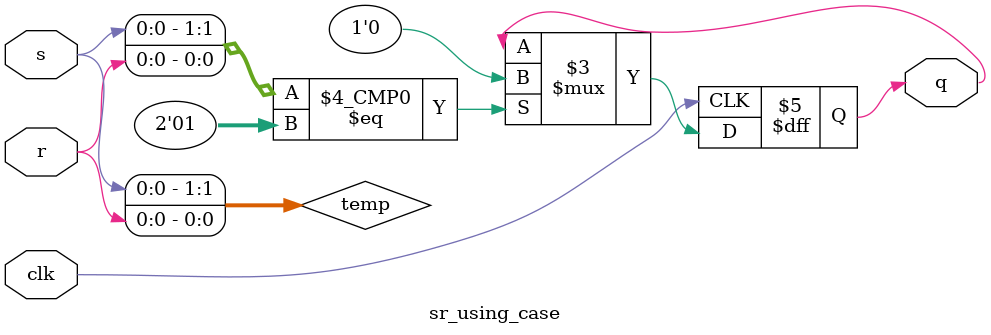
<source format=v>
`timescale 1ns / 1ps
module sr_using_case( s,r,clk,q  );
input s,r,clk;
wire [1:0] temp;

output q;
reg q;
assign temp={s,r};
always @ (posedge clk)
begin
//temp={s,r};
case (temp)

00:
q = q;
01:
q = 0;
10:
q = 1;
11:
q = 1'bz;

endcase
end
endmodule

</source>
